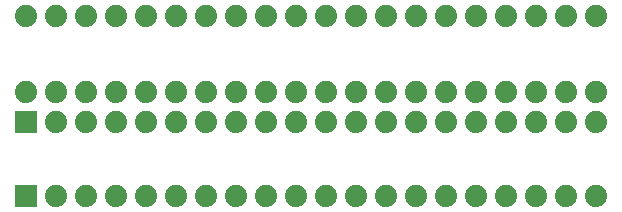
<source format=gbl>
G75*
%MOIN*%
%OFA0B0*%
%FSLAX24Y24*%
%IPPOS*%
%LPD*%
%AMOC8*
5,1,8,0,0,1.08239X$1,22.5*
%
%ADD10C,0.0740*%
%ADD11R,0.0740X0.0740*%
D10*
X003140Y000850D03*
X004140Y000850D03*
X005140Y000850D03*
X006140Y000850D03*
X007140Y000850D03*
X008140Y000850D03*
X009140Y000850D03*
X010140Y000850D03*
X011140Y000850D03*
X012140Y000850D03*
X013140Y000850D03*
X014140Y000850D03*
X015140Y000850D03*
X016140Y000850D03*
X017140Y000850D03*
X018140Y000850D03*
X019140Y000850D03*
X020140Y000850D03*
X021140Y000850D03*
X021140Y003325D03*
X020140Y003325D03*
X019140Y003325D03*
X018140Y003325D03*
X017140Y003325D03*
X016140Y003325D03*
X015140Y003325D03*
X014140Y003325D03*
X013140Y003325D03*
X012140Y003325D03*
X011140Y003325D03*
X010140Y003325D03*
X009140Y003325D03*
X008140Y003325D03*
X007140Y003325D03*
X006140Y003325D03*
X005140Y003325D03*
X004140Y003325D03*
X003140Y003325D03*
X003140Y004325D03*
X002140Y004325D03*
X004140Y004325D03*
X005140Y004325D03*
X006140Y004325D03*
X007140Y004325D03*
X008140Y004325D03*
X009140Y004325D03*
X010140Y004325D03*
X011140Y004325D03*
X012140Y004325D03*
X013140Y004325D03*
X014140Y004325D03*
X015140Y004325D03*
X016140Y004325D03*
X017140Y004325D03*
X018140Y004325D03*
X019140Y004325D03*
X020140Y004325D03*
X021140Y004325D03*
X021140Y006850D03*
X020140Y006850D03*
X019140Y006850D03*
X018140Y006850D03*
X017140Y006850D03*
X016140Y006850D03*
X015140Y006850D03*
X014140Y006850D03*
X013140Y006850D03*
X012140Y006850D03*
X011140Y006850D03*
X010140Y006850D03*
X009140Y006850D03*
X008140Y006850D03*
X007140Y006850D03*
X006140Y006850D03*
X005140Y006850D03*
X004140Y006850D03*
X003140Y006850D03*
X002140Y006850D03*
D11*
X002140Y000850D03*
X002140Y003325D03*
M02*

</source>
